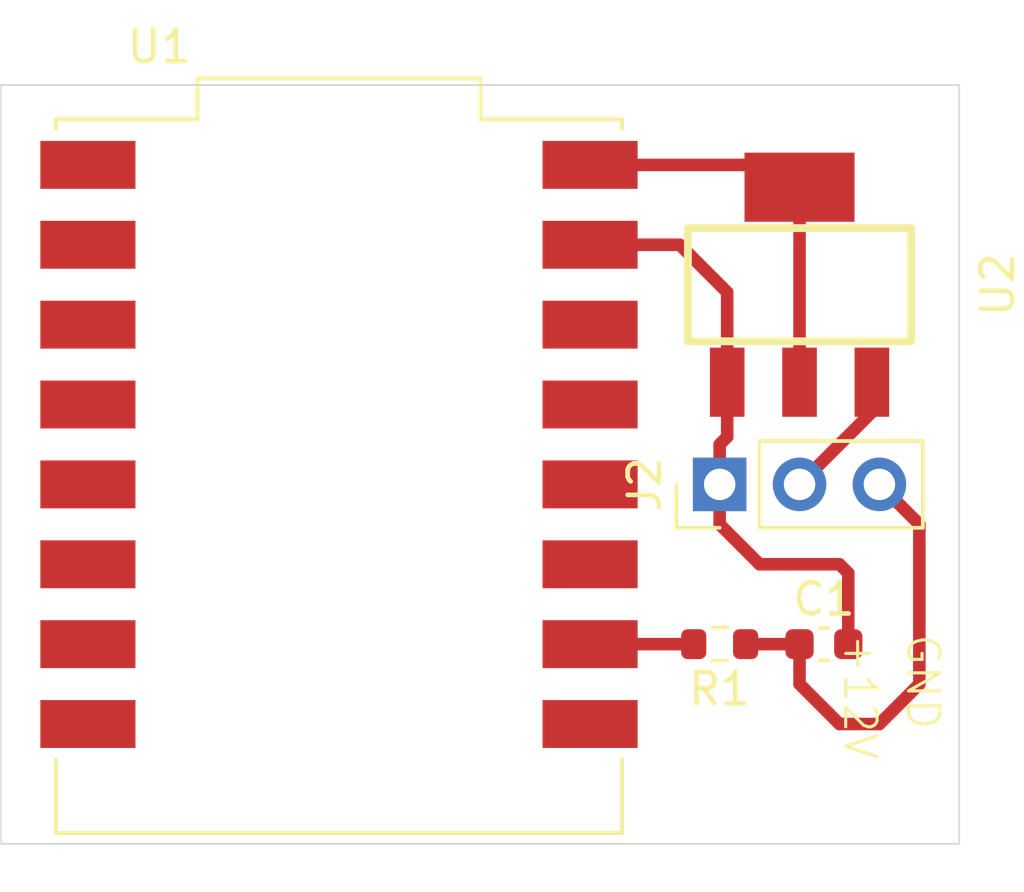
<source format=kicad_pcb>
(kicad_pcb (version 20241229) (generator "pcbnew") (generator_version "9.0")
  (layers (0 "F.Cu" signal) (2 "B.Cu" signal) (13 "F.Paste" user) (15 "B.Paste" user) (5 "F.SilkS" user "F.Silkscreen") (7 "B.SilkS" user "B.Silkscreen") (1 "F.Mask" user) (3 "B.Mask" user) (25 "Edge.Cuts" user))
  (net 0 "")
  (net 1 "GND")
  (net 2 "+12V")
  (net 3 "+5V")
  (net 16 "/DIM")
  (net 17 "Net-(U1-GPIO1)")
  (footprint "ESP32-C3_SUPERMINI_SMD:MODULE_ESP32-C3_SUPERMINI" (layer "F.Cu") (at 59.015 67.05)
    (property "Reference" "U1" (at -5.715 -13.6525 0) (layer "F.SilkS"))
    (property "Value" "ESP32-C3_SUPERMINI_SMD")
    (fp_line (start -9 -11.05) (end -9 -11.35) (stroke (width 0.127)) (layer "F.SilkS"))
    (fp_line (start -9 11.35) (end -9 9) (stroke (width 0.127)) (layer "F.SilkS"))
    (fp_line (start -4.5 -12.65) (end -4.5 -11.35) (stroke (width 0.127)) (layer "F.SilkS"))
    (fp_line (start -4.5 -11.35) (end -9 -11.35) (stroke (width 0.127)) (layer "F.SilkS"))
    (fp_line (start 4.5 -12.65) (end -4.5 -12.65) (stroke (width 0.127)) (layer "F.SilkS"))
    (fp_line (start 4.5 -12.65) (end 4.5 -11.35) (stroke (width 0.127)) (layer "F.SilkS"))
    (fp_line (start 9 -11.35) (end 4.5 -11.35) (stroke (width 0.127)) (layer "F.SilkS"))
    (fp_line (start 9 -11.05) (end 9 -11.35) (stroke (width 0.127)) (layer "F.SilkS"))
    (fp_line (start 9 11.35) (end -9 11.35) (stroke (width 0.127)) (layer "F.SilkS"))
    (fp_line (start 9 11.35) (end 9 9) (stroke (width 0.127)) (layer "F.SilkS"))
    (pad "0" smd rect (at 7.985 7.88) (size 3.025 1.524) (layers "F.Cu" "F.Mask" "F.Paste"))
    (pad "1" smd rect (at 7.985 5.34) (size 3.025 1.524) (layers "F.Cu" "F.Mask" "F.Paste") (net 17 "Net-(U1-GPIO1)"))
    (pad "2" smd rect (at 7.985 2.8) (size 3.025 1.524) (layers "F.Cu" "F.Mask" "F.Paste"))
    (pad "3" smd rect (at 7.985 0.26) (size 3.025 1.524) (layers "F.Cu" "F.Mask" "F.Paste"))
    (pad "3.3" smd rect (at 7.985 -4.82) (size 3.025 1.524) (layers "F.Cu" "F.Mask" "F.Paste"))
    (pad "4" smd rect (at 7.985 -2.28) (size 3.025 1.524) (layers "F.Cu" "F.Mask" "F.Paste"))
    (pad "5" smd rect (at -7.985 -9.9) (size 3.025 1.524) (layers "F.Cu" "F.Mask" "F.Paste"))
    (pad "5V" smd rect (at 7.985 -9.9) (size 3.025 1.524) (layers "F.Cu" "F.Mask" "F.Paste") (net 3 "+5V"))
    (pad "6" smd rect (at -7.985 -7.36) (size 3.025 1.524) (layers "F.Cu" "F.Mask" "F.Paste"))
    (pad "7" smd rect (at -7.985 -4.82) (size 3.025 1.524) (layers "F.Cu" "F.Mask" "F.Paste"))
    (pad "8" smd rect (at -7.985 -2.28) (size 3.025 1.524) (layers "F.Cu" "F.Mask" "F.Paste"))
    (pad "9" smd rect (at -7.985 0.26) (size 3.025 1.524) (layers "F.Cu" "F.Mask" "F.Paste"))
    (pad "10" smd rect (at -7.985 2.8) (size 3.025 1.524) (layers "F.Cu" "F.Mask" "F.Paste"))
    (pad "20" smd rect (at -7.985 5.34) (size 3.025 1.524) (layers "F.Cu" "F.Mask" "F.Paste"))
    (pad "21" smd rect (at -7.985 7.88) (size 3.025 1.524) (layers "F.Cu" "F.Mask" "F.Paste"))
    (pad "G" smd rect (at 7.985 -7.36) (size 3.025 1.524) (layers "F.Cu" "F.Mask" "F.Paste") (net 1 "GND"))
  )
  (footprint "easyeda2kicad:SOT-223_L6.7-W3.5-P2.30-BR" (layer "F.Cu") (at 73.66 60.96 -90)
    (property "Reference" "U2" (at 0 -6.3 90) (layer "F.SilkS"))
    (property "Value" "AMS1117-5.0_C347223")
    (fp_line (start -1.8 3.55) (end 1.8 3.55) (stroke (width 0.25)) (layer "F.SilkS"))
    (fp_line (start -1.8 3.55) (end -1.8 -3.55) (stroke (width 0.25)) (layer "F.SilkS"))
    (fp_line (start 1.8 3.55) (end 1.8 -3.55) (stroke (width 0.25)) (layer "F.SilkS"))
    (fp_line (start -1.8 -3.55) (end 1.8 -3.55) (stroke (width 0.25)) (layer "F.SilkS"))
    (pad "1" smd rect (at 3.1 2.3) (size 1.1 2.2) (layers "F.Cu" "F.Mask" "F.Paste") (net 1 "GND"))
    (pad "2" smd rect (at 3.1 0) (size 1.1 2.2) (layers "F.Cu" "F.Mask" "F.Paste") (net 3 "+5V"))
    (pad "3" smd rect (at 3.1 -2.3) (size 1.1 2.2) (layers "F.Cu" "F.Mask" "F.Paste") (net 2 "+12V"))
    (pad "4" smd rect (at -3.1 0 270) (size 2.2 3.5) (layers "F.Cu" "F.Mask" "F.Paste") (net 3 "+5V"))
  )
  (footprint "Connector_PinHeader_2.54mm:PinHeader_1x03_P2.54mm_Vertical" (layer "F.Cu") (at 71.12 67.31 90)
    (property "Reference" "J2" (at 0 -2.38 90) (layer "F.SilkS"))
    (property "Value" "Conn_01x03_Pin")
    (fp_line (start -1.38 -1.38) (end 0 -1.38) (stroke (width 0.12)) (layer "F.SilkS"))
    (fp_line (start -1.38 0) (end -1.38 -1.38) (stroke (width 0.12)) (layer "F.SilkS"))
    (fp_line (start 1.38 1.27) (end 1.38 6.46) (stroke (width 0.12)) (layer "F.SilkS"))
    (fp_line (start -1.38 1.27) (end 1.38 1.27) (stroke (width 0.12)) (layer "F.SilkS"))
    (fp_line (start -1.38 1.27) (end -1.38 6.46) (stroke (width 0.12)) (layer "F.SilkS"))
    (fp_line (start -1.38 6.46) (end 1.38 6.46) (stroke (width 0.12)) (layer "F.SilkS"))
    (pad "1" thru_hole rect (at 0 0 90) (size 1.7 1.7) (drill 1) (layers "*.Cu" "*.Mask") (net 1 "GND"))
    (pad "2" thru_hole circle (at 0 2.54 90) (size 1.7 1.7) (drill 1) (layers "*.Cu" "*.Mask") (net 2 "+12V"))
    (pad "3" thru_hole circle (at 0 5.08 90) (size 1.7 1.7) (drill 1) (layers "*.Cu" "*.Mask") (net 16 "/DIM"))
  )
  (footprint "Resistor_SMD:R_0603_1608Metric" (layer "F.Cu") (at 71.12 72.39 180)
    (property "Reference" "R1" (at 0 -1.43 0) (layer "F.SilkS"))
    (property "Value" "10k")
    (fp_line (start -0.237258 0.5225) (end 0.237258 0.5225) (stroke (width 0.12)) (layer "F.SilkS"))
    (fp_line (start -0.237258 -0.5225) (end 0.237258 -0.5225) (stroke (width 0.12)) (layer "F.SilkS"))
    (pad "1" smd roundrect (at -0.825 0 180) (size 0.8 0.95) (layers "F.Cu" "F.Mask" "F.Paste") (net 16 "/DIM"))
    (pad "2" smd roundrect (at 0.825 0 180) (size 0.8 0.95) (layers "F.Cu" "F.Mask" "F.Paste") (net 17 "Net-(U1-GPIO1)"))
  )
  (footprint "Capacitor_SMD:C_0603_1608Metric" (layer "F.Cu") (at 74.435 72.39)
    (property "Reference" "C1" (at 0 -1.43 0) (layer "F.SilkS"))
    (property "Value" "100u")
    (fp_line (start -0.14058 -0.51) (end 0.14058 -0.51) (stroke (width 0.12)) (layer "F.SilkS"))
    (fp_line (start -0.14058 0.51) (end 0.14058 0.51) (stroke (width 0.12)) (layer "F.SilkS"))
    (pad "1" smd roundrect (at -0.775 0) (size 0.9 0.95) (layers "F.Cu" "F.Mask" "F.Paste") (net 16 "/DIM"))
    (pad "2" smd roundrect (at 0.775 0) (size 0.9 0.95) (layers "F.Cu" "F.Mask" "F.Paste") (net 1 "GND"))
  )
  (gr_rect (start 48.26 54.61) (end 78.74 78.74) (stroke (width 0.05)) (fill no) (layer "Edge.Cuts"))
  (gr_text "GND" (at 77 72 270) (layer "F.SilkS") (effects (font (size 1 1) (thickness 0.1)) (justify left bottom)))
  (gr_text "+12V" (at 75 72 270) (layer "F.SilkS") (effects (font (size 1 1) (thickness 0.1)) (justify left bottom)))
  (segment (start 72.39 69.85) (end 71.12 68.58) (width 0.4) (layer "F.Cu") (net 1))
  (segment (start 71.36 64.06) (end 71.36 61.2) (width 0.4) (layer "F.Cu") (net 1))
  (segment (start 69.85 59.69) (end 67 59.69) (width 0.4) (layer "F.Cu") (net 1))
  (segment (start 75.21 70.13) (end 74.93 69.85) (width 0.4) (layer "F.Cu") (net 1))
  (segment (start 71.12 68.58) (end 71.12 67.31) (width 0.4) (layer "F.Cu") (net 1))
  (segment (start 71.36 61.2) (end 69.85 59.69) (width 0.4) (layer "F.Cu") (net 1))
  (segment (start 71.12 66.04) (end 71.36 65.8) (width 0.4) (layer "F.Cu") (net 1))
  (segment (start 71.36 65.8) (end 71.36 64.06) (width 0.4) (layer "F.Cu") (net 1))
  (segment (start 74.93 69.85) (end 72.39 69.85) (width 0.4) (layer "F.Cu") (net 1))
  (segment (start 75.21 72.39) (end 75.21 70.13) (width 0.4) (layer "F.Cu") (net 1))
  (segment (start 71.12 67.31) (end 71.12 66.04) (width 0.4) (layer "F.Cu") (net 1))
  (segment (start 73.66 67.31) (end 75.96 65.01) (width 0.4) (layer "F.Cu") (net 2))
  (segment (start 75.96 65.01) (end 75.96 64.06) (width 0.4) (layer "F.Cu") (net 2))
  (segment (start 67 57.15) (end 72.95 57.15) (width 0.4) (layer "F.Cu") (net 3))
  (segment (start 72.95 57.15) (end 73.66 57.86) (width 0.4) (layer "F.Cu") (net 3))
  (segment (start 73.66 64.06) (end 73.66 57.86) (width 0.4) (layer "F.Cu") (net 3))
  (segment (start 71.945 72.39) (end 73.66 72.39) (width 0.4) (layer "F.Cu") (net 16))
  (segment (start 76.2 74.93) (end 77.47 73.66) (width 0.4) (layer "F.Cu") (net 16))
  (segment (start 73.66 73.66) (end 74.93 74.93) (width 0.4) (layer "F.Cu") (net 16))
  (segment (start 73.66 72.39) (end 73.66 73.66) (width 0.4) (layer "F.Cu") (net 16))
  (segment (start 77.47 68.58) (end 76.2 67.31) (width 0.4) (layer "F.Cu") (net 16))
  (segment (start 77.47 73.66) (end 77.47 68.58) (width 0.4) (layer "F.Cu") (net 16))
  (segment (start 74.93 74.93) (end 76.2 74.93) (width 0.4) (layer "F.Cu") (net 16))
  (segment (start 67 72.39) (end 70.295 72.39) (width 0.4) (layer "F.Cu") (net 17))
)
</source>
